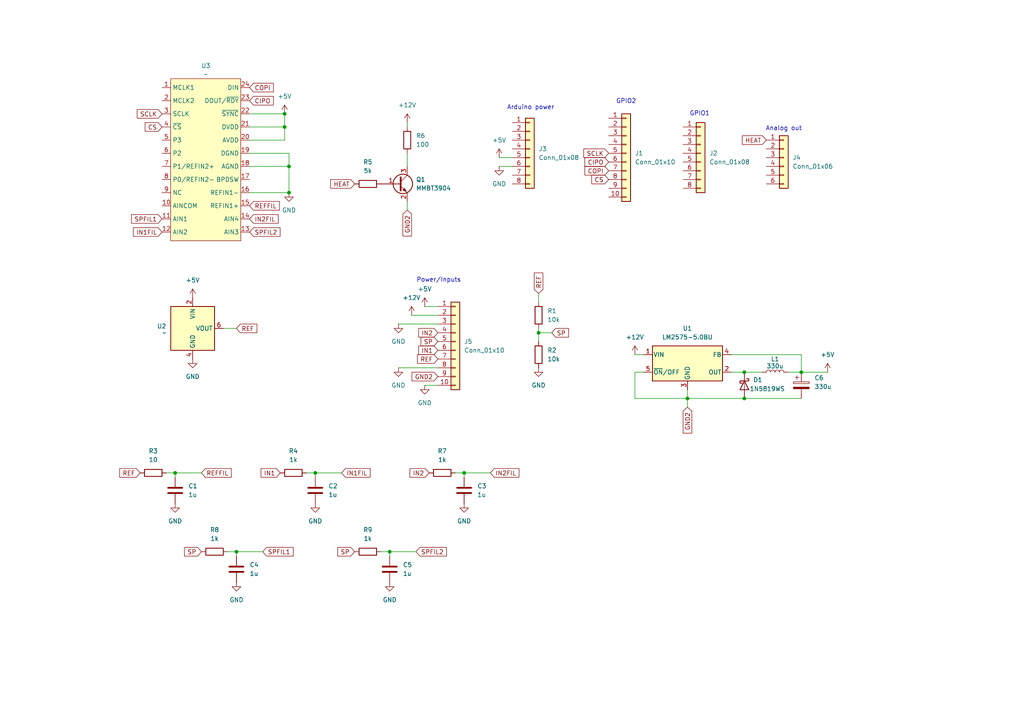
<source format=kicad_sch>
(kicad_sch (version 20250114) (generator "eeschema") (generator_version "9.0")
  (paper "A4")
  (lib_symbols
    (symbol "Amplifier_Audio:AD7190"
      (property "Reference" "U" (at 0 25.146 0))
      (symbol "AD7190_1_1"
        (rectangle (start -10.16 22.86) (end 10.16 -24.13) (fill (type background)))
        (pin input line (at -12.7 20.32 0) (length 2.54) (name "MCLK1") (number "1"))
        (pin input line (at -12.7 16.51 0) (length 2.54) (name "MCLK2") (number "2"))
        (pin input line (at -12.7 12.7 0) (length 2.54) (name "SCLK") (number "3"))
        (pin input line (at -12.7 8.89 0) (length 2.54) (name "~{CS}") (number "4"))
        (pin input line (at -12.7 5.08 0) (length 2.54) (name "P3") (number "5"))
        (pin input line (at -12.7 1.27 0) (length 2.54) (name "P2") (number "6"))
        (pin input line (at -12.7 -2.54 0) (length 2.54) (name "P1/REFIN2+") (number "7"))
        (pin input line (at -12.7 -6.35 0) (length 2.54) (name "P0/REFIN2-") (number "8"))
        (pin input line (at -12.7 -10.16 0) (length 2.54) (name "NC") (number "9"))
        (pin input line (at -12.7 -13.97 0) (length 2.54) (name "AINCOM") (number "10"))
        (pin input line (at -12.7 -17.78 0) (length 2.54) (name "AIN1") (number "11"))
        (pin input line (at -12.7 -21.59 0) (length 2.54) (name "AIN2") (number "12"))
        (pin input line (at 12.7 20.32 180) (length 2.54) (name "DIN") (number "24"))
        (pin input line (at 12.7 16.51 180) (length 2.54) (name "DOUT/~{RDY}") (number "23"))
        (pin input line (at 12.7 12.7 180) (length 2.54) (name "~{SYNC}") (number "22"))
        (pin input line (at 12.7 8.89 180) (length 2.54) (name "DVDD") (number "21"))
        (pin input line (at 12.7 5.08 180) (length 2.54) (name "AVDD") (number "20"))
        (pin input line (at 12.7 1.27 180) (length 2.54) (name "DGND") (number "19"))
        (pin input line (at 12.7 -2.54 180) (length 2.54) (name "AGND") (number "18"))
        (pin input line (at 12.7 -6.35 180) (length 2.54) (name "BPDSW") (number "17"))
        (pin input line (at 12.7 -10.16 180) (length 2.54) (name "REFIN1-") (number "16"))
        (pin input line (at 12.7 -13.97 180) (length 2.54) (name "REFIN1+") (number "15"))
        (pin input line (at 12.7 -17.78 180) (length 2.54) (name "AIN4") (number "14"))
        (pin input line (at 12.7 -21.59 180) (length 2.54) (name "AIN3") (number "13"))
      )
    )
    (symbol "Amplifier_Audio:ADR291"
      (property "Reference" "U" (at -8.89 0 0))
      (symbol "ADR291_1_1"
        (rectangle (start -6.35 6.35) (end 6.35 -6.35) (stroke (width 0.254)) (fill (type background)))
        (pin input line (at 0 8.89 270) (length 2.54) (name "VIN") (number "2"))
        (pin input line (at 0 -8.89 90) (length 2.54) (name "GND") (number "4"))
        (pin input line (at 8.89 0 180) (length 2.54) (name "VOUT") (number "6"))
      )
    )
    (symbol "Connector_Generic:Conn_01x06" (pin_names (offset 1.016) (hide yes))
      (property "Reference" "J" (at 0 7.62 0))
      (property "Value" "Conn_01x06" (at 0 -10.16 0))
      (symbol "Conn_01x06_1_1"
        (rectangle (start -1.27 6.35) (end 1.27 -8.89) (stroke (width 0.254)) (fill (type background)))
        (rectangle (start -1.27 5.207) (end 0 4.953) (stroke (width 0.1524)))
        (rectangle (start -1.27 2.667) (end 0 2.413) (stroke (width 0.1524)))
        (rectangle (start -1.27 0.127) (end 0 -0.127) (stroke (width 0.1524)))
        (rectangle (start -1.27 -2.413) (end 0 -2.667) (stroke (width 0.1524)))
        (rectangle (start -1.27 -4.953) (end 0 -5.207) (stroke (width 0.1524)))
        (rectangle (start -1.27 -7.493) (end 0 -7.747) (stroke (width 0.1524)))
        (pin passive line (at -5.08 5.08 0) (length 3.81) (name "Pin_1") (number "1"))
        (pin passive line (at -5.08 2.54 0) (length 3.81) (name "Pin_2") (number "2"))
        (pin passive line (at -5.08 0 0) (length 3.81) (name "Pin_3") (number "3"))
        (pin passive line (at -5.08 -2.54 0) (length 3.81) (name "Pin_4") (number "4"))
        (pin passive line (at -5.08 -5.08 0) (length 3.81) (name "Pin_5") (number "5"))
        (pin passive line (at -5.08 -7.62 0) (length 3.81) (name "Pin_6") (number "6"))
      )
    )
    (symbol "Connector_Generic:Conn_01x08" (pin_names (offset 1.016) (hide yes))
      (property "Reference" "J" (at 0 10.16 0))
      (property "Value" "Conn_01x08" (at 0 -12.7 0))
      (symbol "Conn_01x08_1_1"
        (rectangle (start -1.27 8.89) (end 1.27 -11.43) (stroke (width 0.254)) (fill (type background)))
        (rectangle (start -1.27 7.747) (end 0 7.493) (stroke (width 0.1524)))
        (rectangle (start -1.27 5.207) (end 0 4.953) (stroke (width 0.1524)))
        (rectangle (start -1.27 2.667) (end 0 2.413) (stroke (width 0.1524)))
        (rectangle (start -1.27 0.127) (end 0 -0.127) (stroke (width 0.1524)))
        (rectangle (start -1.27 -2.413) (end 0 -2.667) (stroke (width 0.1524)))
        (rectangle (start -1.27 -4.953) (end 0 -5.207) (stroke (width 0.1524)))
        (rectangle (start -1.27 -7.493) (end 0 -7.747) (stroke (width 0.1524)))
        (rectangle (start -1.27 -10.033) (end 0 -10.287) (stroke (width 0.1524)))
        (pin passive line (at -5.08 7.62 0) (length 3.81) (name "Pin_1") (number "1"))
        (pin passive line (at -5.08 5.08 0) (length 3.81) (name "Pin_2") (number "2"))
        (pin passive line (at -5.08 2.54 0) (length 3.81) (name "Pin_3") (number "3"))
        (pin passive line (at -5.08 0 0) (length 3.81) (name "Pin_4") (number "4"))
        (pin passive line (at -5.08 -2.54 0) (length 3.81) (name "Pin_5") (number "5"))
        (pin passive line (at -5.08 -5.08 0) (length 3.81) (name "Pin_6") (number "6"))
        (pin passive line (at -5.08 -7.62 0) (length 3.81) (name "Pin_7") (number "7"))
        (pin passive line (at -5.08 -10.16 0) (length 3.81) (name "Pin_8") (number "8"))
      )
    )
    (symbol "Connector_Generic:Conn_01x10" (pin_names (offset 1.016) (hide yes))
      (property "Reference" "J" (at 0 12.7 0))
      (property "Value" "Conn_01x10" (at 0 -15.24 0))
      (symbol "Conn_01x10_1_1"
        (rectangle (start -1.27 11.43) (end 1.27 -13.97) (stroke (width 0.254)) (fill (type background)))
        (rectangle (start -1.27 10.287) (end 0 10.033) (stroke (width 0.1524)))
        (rectangle (start -1.27 7.747) (end 0 7.493) (stroke (width 0.1524)))
        (rectangle (start -1.27 5.207) (end 0 4.953) (stroke (width 0.1524)))
        (rectangle (start -1.27 2.667) (end 0 2.413) (stroke (width 0.1524)))
        (rectangle (start -1.27 0.127) (end 0 -0.127) (stroke (width 0.1524)))
        (rectangle (start -1.27 -2.413) (end 0 -2.667) (stroke (width 0.1524)))
        (rectangle (start -1.27 -4.953) (end 0 -5.207) (stroke (width 0.1524)))
        (rectangle (start -1.27 -7.493) (end 0 -7.747) (stroke (width 0.1524)))
        (rectangle (start -1.27 -10.033) (end 0 -10.287) (stroke (width 0.1524)))
        (rectangle (start -1.27 -12.573) (end 0 -12.827) (stroke (width 0.1524)))
        (pin passive line (at -5.08 10.16 0) (length 3.81) (name "Pin_1") (number "1"))
        (pin passive line (at -5.08 7.62 0) (length 3.81) (name "Pin_2") (number "2"))
        (pin passive line (at -5.08 5.08 0) (length 3.81) (name "Pin_3") (number "3"))
        (pin passive line (at -5.08 2.54 0) (length 3.81) (name "Pin_4") (number "4"))
        (pin passive line (at -5.08 0 0) (length 3.81) (name "Pin_5") (number "5"))
        (pin passive line (at -5.08 -2.54 0) (length 3.81) (name "Pin_6") (number "6"))
        (pin passive line (at -5.08 -5.08 0) (length 3.81) (name "Pin_7") (number "7"))
        (pin passive line (at -5.08 -7.62 0) (length 3.81) (name "Pin_8") (number "8"))
        (pin passive line (at -5.08 -10.16 0) (length 3.81) (name "Pin_9") (number "9"))
        (pin passive line (at -5.08 -12.7 0) (length 3.81) (name "Pin_10") (number "10"))
      )
    )
    (symbol "Device:C" (pin_numbers (hide yes)) (pin_names (offset 0.254))
      (property "Reference" "C" (at 0.635 2.54 0))
      (property "Value" "C" (at 0.635 -2.54 0))
      (symbol "C_0_1"
        (polyline (pts (xy -2.032 0.762) (xy 2.032 0.762)) (stroke (width 0.508)))
        (polyline (pts (xy -2.032 -0.762) (xy 2.032 -0.762)) (stroke (width 0.508)))
      )
      (symbol "C_1_1"
        (pin passive line (at 0 3.81 270) (length 2.794) (name "~") (number "1"))
        (pin passive line (at 0 -3.81 90) (length 2.794) (name "~") (number "2"))
      )
    )
    (symbol "Device:C_Polarized" (pin_numbers (hide yes)) (pin_names (offset 0.254))
      (property "Reference" "C" (at 0.635 2.54 0))
      (property "Value" "C_Polarized" (at 0.635 -2.54 0))
      (symbol "C_Polarized_0_1"
        (rectangle (start -2.286 0.508) (end 2.286 1.016))
        (polyline (pts (xy -1.778 2.286) (xy -0.762 2.286)))
        (polyline (pts (xy -1.27 2.794) (xy -1.27 1.778)))
        (rectangle (start 2.286 -0.508) (end -2.286 -1.016) (fill (type outline)))
      )
      (symbol "C_Polarized_1_1"
        (pin passive line (at 0 3.81 270) (length 2.794) (name "~") (number "1"))
        (pin passive line (at 0 -3.81 90) (length 2.794) (name "~") (number "2"))
      )
    )
    (symbol "Device:L" (pin_numbers (hide yes)) (pin_names (offset 1.016) (hide yes))
      (property "Reference" "L" (at -1.27 0 90))
      (property "Value" "L" (at 1.905 0 90))
      (symbol "L_0_1"
        (arc (start 0 2.54) (mid 0.6323 1.905) (end 0 1.27))
        (arc (start 0 1.27) (mid 0.6323 0.635) (end 0 0))
        (arc (start 0 0) (mid 0.6323 -0.635) (end 0 -1.27))
        (arc (start 0 -1.27) (mid 0.6323 -1.905) (end 0 -2.54))
      )
      (symbol "L_1_1"
        (pin passive line (at 0 3.81 270) (length 1.27) (name "1") (number "1"))
        (pin passive line (at 0 -3.81 90) (length 1.27) (name "2") (number "2"))
      )
    )
    (symbol "Device:R" (pin_numbers (hide yes)) (pin_names (offset 0))
      (property "Reference" "R" (at 2.032 0 90))
      (property "Value" "R" (at 0 0 90))
      (symbol "R_0_1"
        (rectangle (start -1.016 -2.54) (end 1.016 2.54) (stroke (width 0.254)))
      )
      (symbol "R_1_1"
        (pin passive line (at 0 3.81 270) (length 1.27) (name "~") (number "1"))
        (pin passive line (at 0 -3.81 90) (length 1.27) (name "~") (number "2"))
      )
    )
    (symbol "Diode:1N5819WS" (pin_numbers (hide yes)) (pin_names (offset 1.016) (hide yes))
      (property "Reference" "D" (at 0 2.54 0))
      (property "Value" "1N5819WS" (at 0 -2.54 0))
      (symbol "1N5819WS_0_1"
        (polyline (pts (xy -1.905 0.635) (xy -1.905 1.27) (xy -1.27 1.27) (xy -1.27 -1.27) (xy -0.635 -1.27) (xy -0.635 -0.635)) (stroke (width 0.254)))
        (polyline (pts (xy 1.27 1.27) (xy 1.27 -1.27) (xy -1.27 0) (xy 1.27 1.27)) (stroke (width 0.254)))
        (polyline (pts (xy 1.27 0) (xy -1.27 0)))
      )
      (symbol "1N5819WS_1_1"
        (pin passive line (at -3.81 0 0) (length 2.54) (name "K") (number "1"))
        (pin passive line (at 3.81 0 180) (length 2.54) (name "A") (number "2"))
      )
    )
    (symbol "Regulator_Switching:LM2575-5.0BU" (pin_names (offset 0.254))
      (property "Reference" "U" (at -10.16 6.35 0))
      (property "Value" "LM2575-5.0BU" (at 0 6.35 0))
      (symbol "LM2575-5.0BU_0_1"
        (rectangle (start -10.16 5.08) (end 10.16 -5.08) (stroke (width 0.254)) (fill (type background)))
      )
      (symbol "LM2575-5.0BU_1_1"
        (pin power_in line (at -12.7 2.54 0) (length 2.54) (name "VIN") (number "1"))
        (pin input line (at -12.7 -2.54 0) (length 2.54) (name "~{ON}/OFF") (number "5"))
        (pin power_in line (at 0 -7.62 90) (length 2.54) (name "GND") (number "3"))
        (pin input line (at 12.7 2.54 180) (length 2.54) (name "FB") (number "4"))
        (pin output line (at 12.7 -2.54 180) (length 2.54) (name "OUT") (number "2"))
      )
    )
    (symbol "Transistor_BJT:MMBT3904" (pin_names (offset 0) (hide yes))
      (property "Reference" "Q" (at 5.08 1.905 0))
      (property "Value" "MMBT3904" (at 5.08 0 0))
      (symbol "MMBT3904_0_1"
        (polyline (pts (xy 0.635 1.905) (xy 0.635 -1.905) (xy 0.635 -1.905)) (stroke (width 0.508)))
        (polyline (pts (xy 0.635 0.635) (xy 2.54 2.54)))
        (polyline (pts (xy 0.635 -0.635) (xy 2.54 -2.54) (xy 2.54 -2.54)))
        (circle (center 1.27 0) (radius 2.8194) (stroke (width 0.254)))
        (polyline (pts (xy 1.27 -1.778) (xy 1.778 -1.27) (xy 2.286 -2.286) (xy 1.27 -1.778) (xy 1.27 -1.778)) (fill (type outline)))
      )
      (symbol "MMBT3904_1_1"
        (pin input line (at -5.08 0 0) (length 5.715) (name "B") (number "1"))
        (pin passive line (at 2.54 5.08 270) (length 2.54) (name "C") (number "3"))
        (pin passive line (at 2.54 -5.08 90) (length 2.54) (name "E") (number "2"))
      )
    )
    (symbol "power:+12V" (power) (pin_numbers (hide yes)) (pin_names (offset 0) (hide yes))
      (property "Value" "+12V" (at 0 3.556 0))
      (symbol "+12V_0_1"
        (polyline (pts (xy -0.762 1.27) (xy 0 2.54)))
        (polyline (pts (xy 0 2.54) (xy 0.762 1.27)))
        (polyline (pts (xy 0 0) (xy 0 2.54)))
      )
      (symbol "+12V_1_1"
        (pin power_in line (at 0 0 90) (length 0) (name "~") (number "1"))
      )
    )
    (symbol "power:+5V" (power) (pin_numbers (hide yes)) (pin_names (offset 0) (hide yes))
      (property "Value" "+5V" (at 0 3.556 0))
      (symbol "+5V_0_1"
        (polyline (pts (xy -0.762 1.27) (xy 0 2.54)))
        (polyline (pts (xy 0 2.54) (xy 0.762 1.27)))
        (polyline (pts (xy 0 0) (xy 0 2.54)))
      )
      (symbol "+5V_1_1"
        (pin power_in line (at 0 0 90) (length 0) (name "~") (number "1"))
      )
    )
    (symbol "power:GND" (power) (pin_numbers (hide yes)) (pin_names (offset 0) (hide yes))
      (property "Value" "GND" (at 0 -3.81 0))
      (symbol "GND_0_1"
        (polyline (pts (xy 0 0) (xy 0 -1.27) (xy 1.27 -1.27) (xy 0 -2.54) (xy -1.27 -1.27) (xy 0 -1.27)))
      )
      (symbol "GND_1_1"
        (pin power_in line (at 0 0 270) (length 0) (name "~") (number "1"))
      )
    )
  )
  (text "Arduino power" (at 153.924 31.242 0) (effects (font (size 1.27 1.27))))
  (text "GPIO2" (at 181.61 29.464 0) (effects (font (size 1.27 1.27))))
  (text "GPIO1" (at 202.946 33.02 0) (effects (font (size 1.27 1.27))))
  (text "Analog out" (at 227.33 37.338 0) (effects (font (size 1.27 1.27))))
  (text "Power/Inputs" (at 127.254 81.28 0) (effects (font (size 1.27 1.27))))
  (junction (at 83.82 55.88))
  (junction (at 215.9 107.95))
  (junction (at 232.41 107.95))
  (junction (at 199.39 115.57))
  (junction (at 68.58 160.02))
  (junction (at 82.55 36.83))
  (junction (at 82.55 33.02))
  (junction (at 215.9 115.57))
  (junction (at 50.8 137.16))
  (junction (at 83.82 48.26))
  (junction (at 156.21 96.52))
  (junction (at 91.44 137.16))
  (junction (at 134.62 137.16))
  (junction (at 113.03 160.02))
  (wire (pts (xy 83.82 48.26) (xy 83.82 44.45)))
  (wire (pts (xy 72.39 33.02) (xy 82.55 33.02)))
  (wire (pts (xy 48.26 137.16) (xy 50.8 137.16)))
  (wire (pts (xy 184.15 102.87) (xy 186.69 102.87)))
  (wire (pts (xy 144.78 45.72) (xy 148.59 45.72)))
  (wire (pts (xy 232.41 107.95) (xy 232.41 102.87)))
  (wire (pts (xy 72.39 48.26) (xy 83.82 48.26)))
  (wire (pts (xy 72.39 40.64) (xy 82.55 40.64)))
  (wire (pts (xy 212.09 107.95) (xy 215.9 107.95)))
  (wire (pts (xy 113.03 160.02) (xy 113.03 161.29)))
  (wire (pts (xy 228.6 107.95) (xy 232.41 107.95)))
  (wire (pts (xy 232.41 102.87) (xy 212.09 102.87)))
  (wire (pts (xy 72.39 36.83) (xy 82.55 36.83)))
  (wire (pts (xy 91.44 137.16) (xy 99.06 137.16)))
  (wire (pts (xy 72.39 44.45) (xy 83.82 44.45)))
  (wire (pts (xy 118.11 44.45) (xy 118.11 48.26)))
  (wire (pts (xy 156.21 96.52) (xy 156.21 99.06)))
  (wire (pts (xy 64.77 95.25) (xy 68.58 95.25)))
  (wire (pts (xy 82.55 40.64) (xy 82.55 36.83)))
  (wire (pts (xy 118.11 35.56) (xy 118.11 36.83)))
  (wire (pts (xy 144.78 48.26) (xy 148.59 48.26)))
  (wire (pts (xy 134.62 137.16) (xy 142.24 137.16)))
  (wire (pts (xy 186.69 107.95) (xy 184.15 107.95)))
  (wire (pts (xy 83.82 48.26) (xy 83.82 55.88)))
  (wire (pts (xy 88.9 137.16) (xy 91.44 137.16)))
  (wire (pts (xy 199.39 115.57) (xy 199.39 118.11)))
  (wire (pts (xy 50.8 137.16) (xy 50.8 138.43)))
  (wire (pts (xy 66.04 160.02) (xy 68.58 160.02)))
  (wire (pts (xy 184.15 107.95) (xy 184.15 115.57)))
  (wire (pts (xy 110.49 160.02) (xy 113.03 160.02)))
  (wire (pts (xy 72.39 55.88) (xy 83.82 55.88)))
  (wire (pts (xy 115.57 106.68) (xy 127 106.68)))
  (wire (pts (xy 215.9 115.57) (xy 232.41 115.57)))
  (wire (pts (xy 199.39 115.57) (xy 199.39 113.03)))
  (wire (pts (xy 50.8 137.16) (xy 58.42 137.16)))
  (wire (pts (xy 82.55 33.02) (xy 82.55 36.83)))
  (wire (pts (xy 123.19 111.76) (xy 127 111.76)))
  (wire (pts (xy 134.62 137.16) (xy 134.62 138.43)))
  (wire (pts (xy 156.21 85.09) (xy 156.21 87.63)))
  (wire (pts (xy 199.39 115.57) (xy 215.9 115.57)))
  (wire (pts (xy 68.58 160.02) (xy 68.58 161.29)))
  (wire (pts (xy 113.03 160.02) (xy 120.65 160.02)))
  (wire (pts (xy 119.38 91.44) (xy 127 91.44)))
  (wire (pts (xy 91.44 137.16) (xy 91.44 138.43)))
  (wire (pts (xy 184.15 115.57) (xy 199.39 115.57)))
  (wire (pts (xy 118.11 60.96) (xy 118.11 58.42)))
  (wire (pts (xy 123.19 88.9) (xy 127 88.9)))
  (wire (pts (xy 215.9 107.95) (xy 220.98 107.95)))
  (wire (pts (xy 232.41 107.95) (xy 240.03 107.95)))
  (wire (pts (xy 156.21 95.25) (xy 156.21 96.52)))
  (wire (pts (xy 160.02 96.52) (xy 156.21 96.52)))
  (wire (pts (xy 115.57 93.98) (xy 127 93.98)))
  (wire (pts (xy 132.08 137.16) (xy 134.62 137.16)))
  (wire (pts (xy 68.58 160.02) (xy 76.2 160.02)))
  (global_label "GND2" (shape input) (at 199.39 118.11 270) (property "Intersheetrefs" "${INTERSHEET_REFS}" (effects (hide yes))))
  (global_label "IN2" (shape input) (at 124.46 137.16 180) (property "Intersheetrefs" "${INTERSHEET_REFS}" (effects (hide yes))))
  (global_label "IN1" (shape input) (at 127 101.6 180) (property "Intersheetrefs" "${INTERSHEET_REFS}" (effects (hide yes))))
  (global_label "HEAT" (shape input) (at 102.87 53.34 180) (property "Intersheetrefs" "${INTERSHEET_REFS}" (effects (hide yes))))
  (global_label "COPI" (shape input) (at 72.39 25.4 0) (property "Intersheetrefs" "${INTERSHEET_REFS}" (effects (hide yes))))
  (global_label "IN2" (shape input) (at 127 96.52 180) (property "Intersheetrefs" "${INTERSHEET_REFS}" (effects (hide yes))))
  (global_label "IN1" (shape input) (at 81.28 137.16 180) (property "Intersheetrefs" "${INTERSHEET_REFS}" (effects (hide yes))))
  (global_label "SPFIL1" (shape input) (at 76.2 160.02 0) (property "Intersheetrefs" "${INTERSHEET_REFS}" (effects (hide yes))))
  (global_label "CS" (shape input) (at 176.53 52.07 180) (property "Intersheetrefs" "${INTERSHEET_REFS}" (effects (hide yes))))
  (global_label "HEAT" (shape input) (at 222.25 40.64 180) (property "Intersheetrefs" "${INTERSHEET_REFS}" (effects (hide yes))))
  (global_label "GND2" (shape input) (at 118.11 60.96 270) (property "Intersheetrefs" "${INTERSHEET_REFS}" (effects (hide yes))))
  (global_label "CS" (shape input) (at 46.99 36.83 180) (property "Intersheetrefs" "${INTERSHEET_REFS}" (effects (hide yes))))
  (global_label "IN1FIL" (shape input) (at 99.06 137.16 0) (property "Intersheetrefs" "${INTERSHEET_REFS}" (effects (hide yes))))
  (global_label "GND2" (shape input) (at 127 109.22 180) (property "Intersheetrefs" "${INTERSHEET_REFS}" (effects (hide yes))))
  (global_label "REF" (shape input) (at 68.58 95.25 0) (property "Intersheetrefs" "${INTERSHEET_REFS}" (effects (hide yes))))
  (global_label "SP" (shape input) (at 127 99.06 180) (property "Intersheetrefs" "${INTERSHEET_REFS}" (effects (hide yes))))
  (global_label "SP" (shape input) (at 160.02 96.52 0) (property "Intersheetrefs" "${INTERSHEET_REFS}" (effects (hide yes))))
  (global_label "REF" (shape input) (at 40.64 137.16 180) (property "Intersheetrefs" "${INTERSHEET_REFS}" (effects (hide yes))))
  (global_label "SPFIL2" (shape input) (at 120.65 160.02 0) (property "Intersheetrefs" "${INTERSHEET_REFS}" (effects (hide yes))))
  (global_label "REF" (shape input) (at 156.21 85.09 90) (property "Intersheetrefs" "${INTERSHEET_REFS}" (effects (hide yes))))
  (global_label "SCLK" (shape input) (at 46.99 33.02 180) (property "Intersheetrefs" "${INTERSHEET_REFS}" (effects (hide yes))))
  (global_label "SPFIL2" (shape input) (at 72.39 67.31 0) (property "Intersheetrefs" "${INTERSHEET_REFS}" (effects (hide yes))))
  (global_label "CIPO" (shape input) (at 176.53 46.99 180) (property "Intersheetrefs" "${INTERSHEET_REFS}" (effects (hide yes))))
  (global_label "SPFIL1" (shape input) (at 46.99 63.5 180) (property "Intersheetrefs" "${INTERSHEET_REFS}" (effects (hide yes))))
  (global_label "REF" (shape input) (at 127 104.14 180) (property "Intersheetrefs" "${INTERSHEET_REFS}" (effects (hide yes))))
  (global_label "IN2FIL" (shape input) (at 72.39 63.5 0) (property "Intersheetrefs" "${INTERSHEET_REFS}" (effects (hide yes))))
  (global_label "REFFIL" (shape input) (at 72.39 59.69 0) (property "Intersheetrefs" "${INTERSHEET_REFS}" (effects (hide yes))))
  (global_label "SP" (shape input) (at 102.87 160.02 180) (property "Intersheetrefs" "${INTERSHEET_REFS}" (effects (hide yes))))
  (global_label "REFFIL" (shape input) (at 58.42 137.16 0) (property "Intersheetrefs" "${INTERSHEET_REFS}" (effects (hide yes))))
  (global_label "COPI" (shape input) (at 176.53 49.53 180) (property "Intersheetrefs" "${INTERSHEET_REFS}" (effects (hide yes))))
  (global_label "IN1FIL" (shape input) (at 46.99 67.31 180) (property "Intersheetrefs" "${INTERSHEET_REFS}" (effects (hide yes))))
  (global_label "SP" (shape input) (at 58.42 160.02 180) (property "Intersheetrefs" "${INTERSHEET_REFS}" (effects (hide yes))))
  (global_label "IN2FIL" (shape input) (at 142.24 137.16 0) (property "Intersheetrefs" "${INTERSHEET_REFS}" (effects (hide yes))))
  (global_label "CIPO" (shape input) (at 72.39 29.21 0) (property "Intersheetrefs" "${INTERSHEET_REFS}" (effects (hide yes))))
  (global_label "SCLK" (shape input) (at 176.53 44.45 180) (property "Intersheetrefs" "${INTERSHEET_REFS}" (effects (hide yes))))
  (symbol (lib_id "power:GND") (at 115.57 106.68 0) (unit 1)
    (property "Reference" "#PWR010" (effects (hide yes)))
    (property "Value" "GND" (at 115.57 111.76 0))
    (property "Description" "Power symbol creates a global label with name \"GND\" , ground" (effects (hide yes)))
  )
  (symbol (lib_id "Device:R") (at 128.27 137.16 90) (unit 1)
    (property "Reference" "R7" (at 128.27 130.81 90))
    (property "Value" "1k" (at 128.27 133.35 90))
    (property "Footprint" "Resistor_SMD:R_0805_2012Metric" (effects (hide yes)))
    (property "Description" "Resistor" (effects (hide yes)))
  )
  (symbol (lib_id "Connector_Generic:Conn_01x10") (at 181.61 44.45 0) (unit 1)
    (property "Reference" "J1" (at 184.15 44.4499 0) (effects (justify left)))
    (property "Value" "Conn_01x10" (at 184.15 46.9899 0) (effects (justify left)))
    (property "Footprint" "Connector_PinSocket_2.54mm:PinSocket_1x10_P2.54mm_Vertical" (effects (hide yes)))
    (property "Description" "Generic connector, single row, 01x10, script generated (kicad-library-utils/schlib/autogen/connector/)" (effects (hide yes)))
  )
  (symbol (lib_id "power:GND") (at 156.21 106.68 0) (unit 1)
    (property "Reference" "#PWR07" (effects (hide yes)))
    (property "Value" "GND" (at 156.21 111.76 0))
    (property "Description" "Power symbol creates a global label with name \"GND\" , ground" (effects (hide yes)))
  )
  (symbol (lib_id "Device:C") (at 68.58 165.1 0) (unit 1)
    (property "Reference" "C4" (at 72.39 163.8299 0) (effects (justify left)))
    (property "Value" "1u" (at 72.39 166.3699 0) (effects (justify left)))
    (property "Footprint" "Capacitor_SMD:C_0805_2012Metric" (effects (hide yes)))
    (property "Description" "Unpolarized capacitor" (effects (hide yes)))
  )
  (symbol (lib_id "Device:C") (at 91.44 142.24 0) (unit 1)
    (property "Reference" "C2" (at 95.25 140.9699 0) (effects (justify left)))
    (property "Value" "1u" (at 95.25 143.5099 0) (effects (justify left)))
    (property "Footprint" "Capacitor_SMD:C_0805_2012Metric" (effects (hide yes)))
    (property "Description" "Unpolarized capacitor" (effects (hide yes)))
  )
  (symbol (lib_id "Device:R") (at 156.21 91.44 0) (unit 1)
    (property "Reference" "R1" (at 158.75 90.1699 0) (effects (justify left)))
    (property "Value" "10k" (at 158.75 92.7099 0) (effects (justify left)))
    (property "Footprint" "Resistor_SMD:R_0805_2012Metric" (effects (hide yes)))
    (property "Description" "Resistor" (effects (hide yes)))
  )
  (symbol (lib_id "power:GND") (at 68.58 168.91 0) (unit 1)
    (property "Reference" "#PWR06" (effects (hide yes)))
    (property "Value" "GND" (at 68.58 173.99 0))
    (property "Description" "Power symbol creates a global label with name \"GND\" , ground" (effects (hide yes)))
  )
  (symbol (lib_id "Device:R") (at 118.11 40.64 0) (unit 1)
    (property "Reference" "R6" (at 120.65 39.3699 0) (effects (justify left)))
    (property "Value" "100" (at 120.65 41.9099 0) (effects (justify left)))
    (property "Footprint" "Connector_PinHeader_2.54mm:PinHeader_1x02_P2.54mm_Vertical" (effects (hide yes)))
    (property "Description" "Resistor" (effects (hide yes)))
  )
  (symbol (lib_id "power:GND") (at 50.8 146.05 0) (unit 1)
    (property "Reference" "#PWR03" (effects (hide yes)))
    (property "Value" "GND" (at 50.8 151.13 0))
    (property "Description" "Power symbol creates a global label with name \"GND\" , ground" (effects (hide yes)))
  )
  (symbol (lib_id "power:+12V") (at 184.15 102.87 0) (unit 1)
    (property "Reference" "#PWR020" (effects (hide yes)))
    (property "Value" "+12V" (at 184.15 97.79 0))
    (property "Description" "Power symbol creates a global label with name \"+12V\"" (effects (hide yes)))
  )
  (symbol (lib_id "power:GND") (at 55.88 104.14 0) (unit 1)
    (property "Reference" "#PWR012" (effects (hide yes)))
    (property "Value" "GND" (at 55.88 109.22 0))
    (property "Description" "Power symbol creates a global label with name \"GND\" , ground" (effects (hide yes)))
  )
  (symbol (lib_id "Device:R") (at 106.68 53.34 90) (unit 1)
    (property "Reference" "R5" (at 106.68 46.99 90))
    (property "Value" "5k" (at 106.68 49.53 90))
    (property "Footprint" "Resistor_SMD:R_0805_2012Metric" (effects (hide yes)))
    (property "Description" "Resistor" (effects (hide yes)))
  )
  (symbol (lib_id "Amplifier_Audio:AD7190") (at 59.69 45.72 0) (unit 1)
    (property "Reference" "U3" (at 59.69 19.05 0))
    (property "Value" "~" (at 59.69 21.59 0))
    (property "Footprint" "Package_SO:TSSOP-24_4.4x7.8mm_P0.65mm" (effects (hide yes)))
  )
  (symbol (lib_id "Device:R") (at 44.45 137.16 90) (unit 1)
    (property "Reference" "R3" (at 44.45 130.81 90))
    (property "Value" "10" (at 44.45 133.35 90))
    (property "Footprint" "Resistor_SMD:R_0805_2012Metric" (effects (hide yes)))
    (property "Description" "Resistor" (effects (hide yes)))
  )
  (symbol (lib_id "power:+5V") (at 55.88 86.36 0) (unit 1)
    (property "Reference" "#PWR011" (effects (hide yes)))
    (property "Value" "+5V" (at 55.88 81.28 0))
    (property "Description" "Power symbol creates a global label with name \"+5V\"" (effects (hide yes)))
  )
  (symbol (lib_id "Device:C") (at 50.8 142.24 0) (unit 1)
    (property "Reference" "C1" (at 54.61 140.9699 0) (effects (justify left)))
    (property "Value" "1u" (at 54.61 143.5099 0) (effects (justify left)))
    (property "Footprint" "Capacitor_SMD:C_0805_2012Metric" (effects (hide yes)))
    (property "Description" "Unpolarized capacitor" (effects (hide yes)))
  )
  (symbol (lib_id "power:GND") (at 83.82 55.88 0) (unit 1)
    (property "Reference" "#PWR01" (effects (hide yes)))
    (property "Value" "GND" (at 83.82 60.96 0))
    (property "Description" "Power symbol creates a global label with name \"GND\" , ground" (effects (hide yes)))
  )
  (symbol (lib_id "power:+12V") (at 118.11 35.56 0) (unit 1)
    (property "Reference" "#PWR013" (effects (hide yes)))
    (property "Value" "+12V" (at 118.11 30.48 0))
    (property "Description" "Power symbol creates a global label with name \"+12V\"" (effects (hide yes)))
  )
  (symbol (lib_id "power:GND") (at 91.44 146.05 0) (unit 1)
    (property "Reference" "#PWR04" (effects (hide yes)))
    (property "Value" "GND" (at 91.44 151.13 0))
    (property "Description" "Power symbol creates a global label with name \"GND\" , ground" (effects (hide yes)))
  )
  (symbol (lib_id "Connector_Generic:Conn_01x08") (at 153.67 43.18 0) (unit 1)
    (property "Reference" "J3" (at 156.21 43.1799 0) (effects (justify left)))
    (property "Value" "Conn_01x08" (at 156.21 45.7199 0) (effects (justify left)))
    (property "Footprint" "Connector_PinSocket_2.54mm:PinSocket_1x08_P2.54mm_Vertical" (effects (hide yes)))
    (property "Description" "Generic connector, single row, 01x08, script generated (kicad-library-utils/schlib/autogen/connector/)" (effects (hide yes)))
  )
  (symbol (lib_id "power:+5V") (at 144.78 45.72 0) (unit 1)
    (property "Reference" "#PWR014" (effects (hide yes)))
    (property "Value" "+5V" (at 144.78 40.64 0))
    (property "Description" "Power symbol creates a global label with name \"+5V\"" (effects (hide yes)))
  )
  (symbol (lib_id "power:+12V") (at 119.38 91.44 0) (unit 1)
    (property "Reference" "#PWR019" (effects (hide yes)))
    (property "Value" "+12V" (at 119.38 86.36 0))
    (property "Description" "Power symbol creates a global label with name \"+12V\"" (effects (hide yes)))
  )
  (symbol (lib_id "Device:R") (at 156.21 102.87 0) (unit 1)
    (property "Reference" "R2" (at 158.75 101.5999 0) (effects (justify left)))
    (property "Value" "10k" (at 158.75 104.1399 0) (effects (justify left)))
    (property "Footprint" "Resistor_SMD:R_0805_2012Metric" (effects (hide yes)))
    (property "Description" "Resistor" (effects (hide yes)))
  )
  (symbol (lib_id "Regulator_Switching:LM2575-5.0BU") (at 199.39 105.41 0) (unit 1)
    (property "Reference" "U1" (at 199.39 95.25 0))
    (property "Value" "LM2575-5.0BU" (at 199.39 97.79 0))
    (property "Footprint" "Package_TO_SOT_SMD:TO-263-5_TabPin3" (effects (hide yes)))
    (property "Datasheet" "http://ww1.microchip.com/downloads/en/DeviceDoc/lm2575.pdf" (effects (hide yes)))
    (property "Description" "Fixed 5.0V 52kHz Simple 1A Buck Regulator, TO-263" (effects (hide yes)))
  )
  (symbol (lib_id "Device:R") (at 85.09 137.16 90) (unit 1)
    (property "Reference" "R4" (at 85.09 130.81 90))
    (property "Value" "1k" (at 85.09 133.35 90))
    (property "Footprint" "Resistor_SMD:R_0805_2012Metric" (effects (hide yes)))
    (property "Description" "Resistor" (effects (hide yes)))
  )
  (symbol (lib_id "power:+5V") (at 240.03 107.95 0) (unit 1)
    (property "Reference" "#PWR021" (effects (hide yes)))
    (property "Value" "+5V" (at 240.03 102.87 0))
    (property "Description" "Power symbol creates a global label with name \"+5V\"" (effects (hide yes)))
  )
  (symbol (lib_id "Device:C_Polarized") (at 232.41 111.76 0) (unit 1)
    (property "Reference" "C6" (at 236.22 109.6009 0) (effects (justify left)))
    (property "Value" "330u" (at 236.22 112.1409 0) (effects (justify left)))
    (property "Footprint" "Capacitor_SMD:C_Elec_6.3x7.7" (effects (hide yes)))
    (property "Description" "Polarized capacitor" (effects (hide yes)))
  )
  (symbol (lib_id "power:GND") (at 144.78 48.26 0) (unit 1)
    (property "Reference" "#PWR015" (effects (hide yes)))
    (property "Value" "GND" (at 144.78 53.34 0))
    (property "Description" "Power symbol creates a global label with name \"GND\" , ground" (effects (hide yes)))
  )
  (symbol (lib_id "power:+5V") (at 82.55 33.02 0) (unit 1)
    (property "Reference" "#PWR02" (effects (hide yes)))
    (property "Value" "+5V" (at 82.55 27.94 0))
    (property "Description" "Power symbol creates a global label with name \"+5V\"" (effects (hide yes)))
  )
  (symbol (lib_id "Connector_Generic:Conn_01x06") (at 227.33 45.72 0) (unit 1)
    (property "Reference" "J4" (at 229.87 45.7199 0) (effects (justify left)))
    (property "Value" "Conn_01x06" (at 229.87 48.2599 0) (effects (justify left)))
    (property "Footprint" "Connector_PinSocket_2.54mm:PinSocket_1x06_P2.54mm_Vertical" (effects (hide yes)))
    (property "Description" "Generic connector, single row, 01x06, script generated (kicad-library-utils/schlib/autogen/connector/)" (effects (hide yes)))
  )
  (symbol (lib_id "power:GND") (at 113.03 168.91 0) (unit 1)
    (property "Reference" "#PWR08" (effects (hide yes)))
    (property "Value" "GND" (at 113.03 173.99 0))
    (property "Description" "Power symbol creates a global label with name \"GND\" , ground" (effects (hide yes)))
  )
  (symbol (lib_id "power:GND") (at 123.19 111.76 0) (unit 1)
    (property "Reference" "#PWR018" (effects (hide yes)))
    (property "Value" "GND" (at 123.19 116.84 0))
    (property "Description" "Power symbol creates a global label with name \"GND\" , ground" (effects (hide yes)))
  )
  (symbol (lib_id "Amplifier_Audio:ADR291") (at 55.88 95.25 0) (unit 1)
    (property "Reference" "U2" (at 48.26 94.6149 0) (effects (justify right)))
    (property "Value" "~" (at 48.26 96.52 0) (effects (justify right)))
    (property "Footprint" "Package_SO:SOIC-8_3.9x4.9mm_P1.27mm" (effects (hide yes)))
  )
  (symbol (lib_id "Diode:1N5819WS") (at 215.9 111.76 270) (unit 1)
    (property "Reference" "D1" (at 218.44 110.1724 90) (effects (justify left)))
    (property "Value" "1N5819WS" (at 217.424 112.776 90) (effects (justify left)))
    (property "Footprint" "Diode_SMD:D_SOD-123" (effects (hide yes)))
    (property "Datasheet" "https://datasheet.lcsc.com/lcsc/2204281430_Guangdong-Hottech-1N5819WS_C191023.pdf" (effects (hide yes)))
    (property "Description" "40V 600mV@1A 1A SOD-323 Schottky Barrier Diodes, SOD-323" (effects (hide yes)))
  )
  (symbol (lib_id "Connector_Generic:Conn_01x08") (at 203.2 44.45 0) (unit 1)
    (property "Reference" "J2" (at 205.74 44.4499 0) (effects (justify left)))
    (property "Value" "Conn_01x08" (at 205.74 46.9899 0) (effects (justify left)))
    (property "Footprint" "Connector_PinSocket_2.54mm:PinSocket_1x08_P2.54mm_Vertical" (effects (hide yes)))
    (property "Description" "Generic connector, single row, 01x08, script generated (kicad-library-utils/schlib/autogen/connector/)" (effects (hide yes)))
  )
  (symbol (lib_id "Device:C") (at 113.03 165.1 0) (unit 1)
    (property "Reference" "C5" (at 116.84 163.8299 0) (effects (justify left)))
    (property "Value" "1u" (at 116.84 166.3699 0) (effects (justify left)))
    (property "Footprint" "Capacitor_SMD:C_0805_2012Metric" (effects (hide yes)))
    (property "Description" "Unpolarized capacitor" (effects (hide yes)))
  )
  (symbol (lib_id "Device:L") (at 224.79 107.95 90) (unit 1)
    (property "Reference" "L1" (at 224.79 104.14 90))
    (property "Value" "330u" (at 224.79 106.172 90))
    (property "Footprint" "Inductor_SMD:L_1812_4532Metric" (effects (hide yes)))
    (property "Description" "Inductor" (effects (hide yes)))
  )
  (symbol (lib_id "Device:R") (at 106.68 160.02 90) (unit 1)
    (property "Reference" "R9" (at 106.68 153.67 90))
    (property "Value" "1k" (at 106.68 156.21 90))
    (property "Footprint" "Resistor_SMD:R_0805_2012Metric" (effects (hide yes)))
    (property "Description" "Resistor" (effects (hide yes)))
  )
  (symbol (lib_id "power:GND") (at 115.57 93.98 0) (unit 1)
    (property "Reference" "#PWR09" (effects (hide yes)))
    (property "Value" "GND" (at 115.57 99.06 0))
    (property "Description" "Power symbol creates a global label with name \"GND\" , ground" (effects (hide yes)))
  )
  (symbol (lib_id "Transistor_BJT:MMBT3904") (at 115.57 53.34 0) (unit 1)
    (property "Reference" "Q1" (at 120.65 52.0699 0) (effects (justify left)))
    (property "Value" "MMBT3904" (at 120.65 54.6099 0) (effects (justify left)))
    (property "Footprint" "Package_TO_SOT_SMD:SOT-23" (effects (hide yes)))
    (property "Datasheet" "https://www.onsemi.com/pdf/datasheet/pzt3904-d.pdf" (effects (hide yes)))
    (property "Description" "0.2A Ic, 40V Vce, Small Signal NPN Transistor, SOT-23" (effects (hide yes)))
  )
  (symbol (lib_id "power:+5V") (at 123.19 88.9 0) (unit 1)
    (property "Reference" "#PWR017" (effects (hide yes)))
    (property "Value" "+5V" (at 123.19 83.82 0))
    (property "Description" "Power symbol creates a global label with name \"+5V\"" (effects (hide yes)))
  )
  (symbol (lib_id "Device:R") (at 62.23 160.02 90) (unit 1)
    (property "Reference" "R8" (at 62.23 153.67 90))
    (property "Value" "1k" (at 62.23 156.21 90))
    (property "Footprint" "Resistor_SMD:R_0805_2012Metric" (effects (hide yes)))
    (property "Description" "Resistor" (effects (hide yes)))
  )
  (symbol (lib_id "Connector_Generic:Conn_01x10") (at 132.08 99.06 0) (unit 1)
    (property "Reference" "J5" (at 134.62 99.0599 0) (effects (justify left)))
    (property "Value" "Conn_01x10" (at 134.62 101.5999 0) (effects (justify left)))
    (property "Footprint" "Connector_PinHeader_2.54mm:PinHeader_1x10_P2.54mm_Vertical" (effects (hide yes)))
    (property "Description" "Generic connector, single row, 01x10, script generated (kicad-library-utils/schlib/autogen/connector/)" (effects (hide yes)))
  )
  (symbol (lib_id "Device:C") (at 134.62 142.24 0) (unit 1)
    (property "Reference" "C3" (at 138.43 140.9699 0) (effects (justify left)))
    (property "Value" "1u" (at 138.43 143.5099 0) (effects (justify left)))
    (property "Footprint" "Capacitor_SMD:C_0805_2012Metric" (effects (hide yes)))
    (property "Description" "Unpolarized capacitor" (effects (hide yes)))
  )
  (symbol (lib_id "power:GND") (at 134.62 146.05 0) (unit 1)
    (property "Reference" "#PWR05" (effects (hide yes)))
    (property "Value" "GND" (at 134.62 151.13 0))
    (property "Description" "Power symbol creates a global label with name \"GND\" , ground" (effects (hide yes)))
  )
)
</source>
